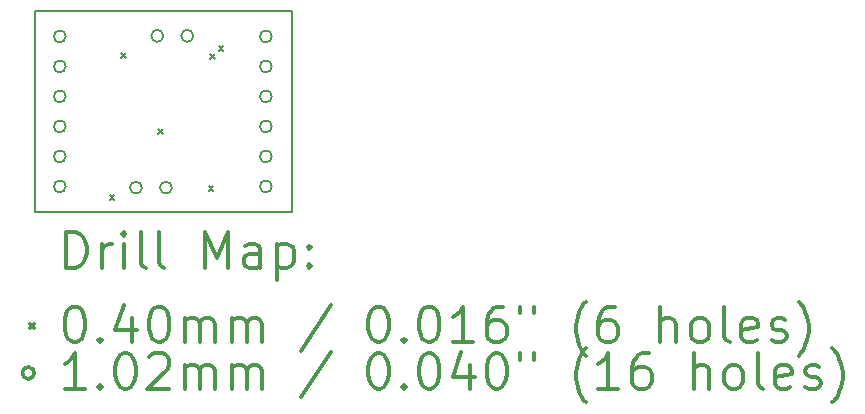
<source format=gbr>
%FSLAX45Y45*%
G04 Gerber Fmt 4.5, Leading zero omitted, Abs format (unit mm)*
G04 Created by KiCad (PCBNEW 4.0.4+e1-6308~48~ubuntu16.04.1-stable) date Thu Oct 27 02:24:35 2016*
%MOMM*%
%LPD*%
G01*
G04 APERTURE LIST*
%ADD10C,0.127000*%
%ADD11C,0.150000*%
%ADD12C,0.200000*%
%ADD13C,0.300000*%
G04 APERTURE END LIST*
D10*
D11*
X20900000Y-8675000D02*
X23075000Y-8675000D01*
X20900000Y-10375000D02*
X20900000Y-8675000D01*
X23075000Y-10375000D02*
X20900000Y-10375000D01*
X23075000Y-8675000D02*
X23075000Y-10375000D01*
D12*
X21529051Y-10234205D02*
X21569051Y-10274205D01*
X21569051Y-10234205D02*
X21529051Y-10274205D01*
X21626117Y-9030046D02*
X21666117Y-9070046D01*
X21666117Y-9030046D02*
X21626117Y-9070046D01*
X21940000Y-9675000D02*
X21980000Y-9715000D01*
X21980000Y-9675000D02*
X21940000Y-9715000D01*
X22367500Y-10155000D02*
X22407500Y-10195000D01*
X22407500Y-10155000D02*
X22367500Y-10195000D01*
X22383049Y-9037633D02*
X22423049Y-9077633D01*
X22423049Y-9037633D02*
X22383049Y-9077633D01*
X22451739Y-8972240D02*
X22491739Y-9012240D01*
X22491739Y-8972240D02*
X22451739Y-9012240D01*
X21158200Y-8890000D02*
G75*
G03X21158200Y-8890000I-50800J0D01*
G01*
X21158200Y-9144000D02*
G75*
G03X21158200Y-9144000I-50800J0D01*
G01*
X21158200Y-9398000D02*
G75*
G03X21158200Y-9398000I-50800J0D01*
G01*
X21158200Y-9652000D02*
G75*
G03X21158200Y-9652000I-50800J0D01*
G01*
X21158200Y-9906000D02*
G75*
G03X21158200Y-9906000I-50800J0D01*
G01*
X21158200Y-10160000D02*
G75*
G03X21158200Y-10160000I-50800J0D01*
G01*
X21803360Y-10170160D02*
G75*
G03X21803360Y-10170160I-50800J0D01*
G01*
X21983700Y-8884920D02*
G75*
G03X21983700Y-8884920I-50800J0D01*
G01*
X22057360Y-10170160D02*
G75*
G03X22057360Y-10170160I-50800J0D01*
G01*
X22237700Y-8884920D02*
G75*
G03X22237700Y-8884920I-50800J0D01*
G01*
X22903180Y-8890000D02*
G75*
G03X22903180Y-8890000I-50800J0D01*
G01*
X22903180Y-9144000D02*
G75*
G03X22903180Y-9144000I-50800J0D01*
G01*
X22903180Y-9398000D02*
G75*
G03X22903180Y-9398000I-50800J0D01*
G01*
X22903180Y-9652000D02*
G75*
G03X22903180Y-9652000I-50800J0D01*
G01*
X22903180Y-9906000D02*
G75*
G03X22903180Y-9906000I-50800J0D01*
G01*
X22903180Y-10160000D02*
G75*
G03X22903180Y-10160000I-50800J0D01*
G01*
D13*
X21163929Y-10848214D02*
X21163929Y-10548214D01*
X21235357Y-10548214D01*
X21278214Y-10562500D01*
X21306786Y-10591072D01*
X21321071Y-10619643D01*
X21335357Y-10676786D01*
X21335357Y-10719643D01*
X21321071Y-10776786D01*
X21306786Y-10805357D01*
X21278214Y-10833929D01*
X21235357Y-10848214D01*
X21163929Y-10848214D01*
X21463929Y-10848214D02*
X21463929Y-10648214D01*
X21463929Y-10705357D02*
X21478214Y-10676786D01*
X21492500Y-10662500D01*
X21521071Y-10648214D01*
X21549643Y-10648214D01*
X21649643Y-10848214D02*
X21649643Y-10648214D01*
X21649643Y-10548214D02*
X21635357Y-10562500D01*
X21649643Y-10576786D01*
X21663929Y-10562500D01*
X21649643Y-10548214D01*
X21649643Y-10576786D01*
X21835357Y-10848214D02*
X21806786Y-10833929D01*
X21792500Y-10805357D01*
X21792500Y-10548214D01*
X21992500Y-10848214D02*
X21963929Y-10833929D01*
X21949643Y-10805357D01*
X21949643Y-10548214D01*
X22335357Y-10848214D02*
X22335357Y-10548214D01*
X22435357Y-10762500D01*
X22535357Y-10548214D01*
X22535357Y-10848214D01*
X22806786Y-10848214D02*
X22806786Y-10691072D01*
X22792500Y-10662500D01*
X22763928Y-10648214D01*
X22706786Y-10648214D01*
X22678214Y-10662500D01*
X22806786Y-10833929D02*
X22778214Y-10848214D01*
X22706786Y-10848214D01*
X22678214Y-10833929D01*
X22663928Y-10805357D01*
X22663928Y-10776786D01*
X22678214Y-10748214D01*
X22706786Y-10733929D01*
X22778214Y-10733929D01*
X22806786Y-10719643D01*
X22949643Y-10648214D02*
X22949643Y-10948214D01*
X22949643Y-10662500D02*
X22978214Y-10648214D01*
X23035357Y-10648214D01*
X23063928Y-10662500D01*
X23078214Y-10676786D01*
X23092500Y-10705357D01*
X23092500Y-10791072D01*
X23078214Y-10819643D01*
X23063928Y-10833929D01*
X23035357Y-10848214D01*
X22978214Y-10848214D01*
X22949643Y-10833929D01*
X23221071Y-10819643D02*
X23235357Y-10833929D01*
X23221071Y-10848214D01*
X23206786Y-10833929D01*
X23221071Y-10819643D01*
X23221071Y-10848214D01*
X23221071Y-10662500D02*
X23235357Y-10676786D01*
X23221071Y-10691072D01*
X23206786Y-10676786D01*
X23221071Y-10662500D01*
X23221071Y-10691072D01*
X20852500Y-11322500D02*
X20892500Y-11362500D01*
X20892500Y-11322500D02*
X20852500Y-11362500D01*
X21221071Y-11178214D02*
X21249643Y-11178214D01*
X21278214Y-11192500D01*
X21292500Y-11206786D01*
X21306786Y-11235357D01*
X21321071Y-11292500D01*
X21321071Y-11363929D01*
X21306786Y-11421071D01*
X21292500Y-11449643D01*
X21278214Y-11463929D01*
X21249643Y-11478214D01*
X21221071Y-11478214D01*
X21192500Y-11463929D01*
X21178214Y-11449643D01*
X21163929Y-11421071D01*
X21149643Y-11363929D01*
X21149643Y-11292500D01*
X21163929Y-11235357D01*
X21178214Y-11206786D01*
X21192500Y-11192500D01*
X21221071Y-11178214D01*
X21449643Y-11449643D02*
X21463929Y-11463929D01*
X21449643Y-11478214D01*
X21435357Y-11463929D01*
X21449643Y-11449643D01*
X21449643Y-11478214D01*
X21721071Y-11278214D02*
X21721071Y-11478214D01*
X21649643Y-11163929D02*
X21578214Y-11378214D01*
X21763928Y-11378214D01*
X21935357Y-11178214D02*
X21963929Y-11178214D01*
X21992500Y-11192500D01*
X22006786Y-11206786D01*
X22021071Y-11235357D01*
X22035357Y-11292500D01*
X22035357Y-11363929D01*
X22021071Y-11421071D01*
X22006786Y-11449643D01*
X21992500Y-11463929D01*
X21963929Y-11478214D01*
X21935357Y-11478214D01*
X21906786Y-11463929D01*
X21892500Y-11449643D01*
X21878214Y-11421071D01*
X21863929Y-11363929D01*
X21863929Y-11292500D01*
X21878214Y-11235357D01*
X21892500Y-11206786D01*
X21906786Y-11192500D01*
X21935357Y-11178214D01*
X22163929Y-11478214D02*
X22163929Y-11278214D01*
X22163929Y-11306786D02*
X22178214Y-11292500D01*
X22206786Y-11278214D01*
X22249643Y-11278214D01*
X22278214Y-11292500D01*
X22292500Y-11321071D01*
X22292500Y-11478214D01*
X22292500Y-11321071D02*
X22306786Y-11292500D01*
X22335357Y-11278214D01*
X22378214Y-11278214D01*
X22406786Y-11292500D01*
X22421071Y-11321071D01*
X22421071Y-11478214D01*
X22563928Y-11478214D02*
X22563928Y-11278214D01*
X22563928Y-11306786D02*
X22578214Y-11292500D01*
X22606786Y-11278214D01*
X22649643Y-11278214D01*
X22678214Y-11292500D01*
X22692500Y-11321071D01*
X22692500Y-11478214D01*
X22692500Y-11321071D02*
X22706786Y-11292500D01*
X22735357Y-11278214D01*
X22778214Y-11278214D01*
X22806786Y-11292500D01*
X22821071Y-11321071D01*
X22821071Y-11478214D01*
X23406786Y-11163929D02*
X23149643Y-11549643D01*
X23792500Y-11178214D02*
X23821071Y-11178214D01*
X23849643Y-11192500D01*
X23863928Y-11206786D01*
X23878214Y-11235357D01*
X23892500Y-11292500D01*
X23892500Y-11363929D01*
X23878214Y-11421071D01*
X23863928Y-11449643D01*
X23849643Y-11463929D01*
X23821071Y-11478214D01*
X23792500Y-11478214D01*
X23763928Y-11463929D01*
X23749643Y-11449643D01*
X23735357Y-11421071D01*
X23721071Y-11363929D01*
X23721071Y-11292500D01*
X23735357Y-11235357D01*
X23749643Y-11206786D01*
X23763928Y-11192500D01*
X23792500Y-11178214D01*
X24021071Y-11449643D02*
X24035357Y-11463929D01*
X24021071Y-11478214D01*
X24006786Y-11463929D01*
X24021071Y-11449643D01*
X24021071Y-11478214D01*
X24221071Y-11178214D02*
X24249643Y-11178214D01*
X24278214Y-11192500D01*
X24292500Y-11206786D01*
X24306785Y-11235357D01*
X24321071Y-11292500D01*
X24321071Y-11363929D01*
X24306785Y-11421071D01*
X24292500Y-11449643D01*
X24278214Y-11463929D01*
X24249643Y-11478214D01*
X24221071Y-11478214D01*
X24192500Y-11463929D01*
X24178214Y-11449643D01*
X24163928Y-11421071D01*
X24149643Y-11363929D01*
X24149643Y-11292500D01*
X24163928Y-11235357D01*
X24178214Y-11206786D01*
X24192500Y-11192500D01*
X24221071Y-11178214D01*
X24606785Y-11478214D02*
X24435357Y-11478214D01*
X24521071Y-11478214D02*
X24521071Y-11178214D01*
X24492500Y-11221071D01*
X24463928Y-11249643D01*
X24435357Y-11263929D01*
X24863928Y-11178214D02*
X24806785Y-11178214D01*
X24778214Y-11192500D01*
X24763928Y-11206786D01*
X24735357Y-11249643D01*
X24721071Y-11306786D01*
X24721071Y-11421071D01*
X24735357Y-11449643D01*
X24749643Y-11463929D01*
X24778214Y-11478214D01*
X24835357Y-11478214D01*
X24863928Y-11463929D01*
X24878214Y-11449643D01*
X24892500Y-11421071D01*
X24892500Y-11349643D01*
X24878214Y-11321071D01*
X24863928Y-11306786D01*
X24835357Y-11292500D01*
X24778214Y-11292500D01*
X24749643Y-11306786D01*
X24735357Y-11321071D01*
X24721071Y-11349643D01*
X25006786Y-11178214D02*
X25006786Y-11235357D01*
X25121071Y-11178214D02*
X25121071Y-11235357D01*
X25563928Y-11592500D02*
X25549643Y-11578214D01*
X25521071Y-11535357D01*
X25506785Y-11506786D01*
X25492500Y-11463929D01*
X25478214Y-11392500D01*
X25478214Y-11335357D01*
X25492500Y-11263929D01*
X25506785Y-11221071D01*
X25521071Y-11192500D01*
X25549643Y-11149643D01*
X25563928Y-11135357D01*
X25806785Y-11178214D02*
X25749643Y-11178214D01*
X25721071Y-11192500D01*
X25706785Y-11206786D01*
X25678214Y-11249643D01*
X25663928Y-11306786D01*
X25663928Y-11421071D01*
X25678214Y-11449643D01*
X25692500Y-11463929D01*
X25721071Y-11478214D01*
X25778214Y-11478214D01*
X25806785Y-11463929D01*
X25821071Y-11449643D01*
X25835357Y-11421071D01*
X25835357Y-11349643D01*
X25821071Y-11321071D01*
X25806785Y-11306786D01*
X25778214Y-11292500D01*
X25721071Y-11292500D01*
X25692500Y-11306786D01*
X25678214Y-11321071D01*
X25663928Y-11349643D01*
X26192500Y-11478214D02*
X26192500Y-11178214D01*
X26321071Y-11478214D02*
X26321071Y-11321071D01*
X26306785Y-11292500D01*
X26278214Y-11278214D01*
X26235357Y-11278214D01*
X26206785Y-11292500D01*
X26192500Y-11306786D01*
X26506785Y-11478214D02*
X26478214Y-11463929D01*
X26463928Y-11449643D01*
X26449643Y-11421071D01*
X26449643Y-11335357D01*
X26463928Y-11306786D01*
X26478214Y-11292500D01*
X26506785Y-11278214D01*
X26549643Y-11278214D01*
X26578214Y-11292500D01*
X26592500Y-11306786D01*
X26606785Y-11335357D01*
X26606785Y-11421071D01*
X26592500Y-11449643D01*
X26578214Y-11463929D01*
X26549643Y-11478214D01*
X26506785Y-11478214D01*
X26778214Y-11478214D02*
X26749643Y-11463929D01*
X26735357Y-11435357D01*
X26735357Y-11178214D01*
X27006786Y-11463929D02*
X26978214Y-11478214D01*
X26921071Y-11478214D01*
X26892500Y-11463929D01*
X26878214Y-11435357D01*
X26878214Y-11321071D01*
X26892500Y-11292500D01*
X26921071Y-11278214D01*
X26978214Y-11278214D01*
X27006786Y-11292500D01*
X27021071Y-11321071D01*
X27021071Y-11349643D01*
X26878214Y-11378214D01*
X27135357Y-11463929D02*
X27163928Y-11478214D01*
X27221071Y-11478214D01*
X27249643Y-11463929D01*
X27263928Y-11435357D01*
X27263928Y-11421071D01*
X27249643Y-11392500D01*
X27221071Y-11378214D01*
X27178214Y-11378214D01*
X27149643Y-11363929D01*
X27135357Y-11335357D01*
X27135357Y-11321071D01*
X27149643Y-11292500D01*
X27178214Y-11278214D01*
X27221071Y-11278214D01*
X27249643Y-11292500D01*
X27363928Y-11592500D02*
X27378214Y-11578214D01*
X27406786Y-11535357D01*
X27421071Y-11506786D01*
X27435357Y-11463929D01*
X27449643Y-11392500D01*
X27449643Y-11335357D01*
X27435357Y-11263929D01*
X27421071Y-11221071D01*
X27406786Y-11192500D01*
X27378214Y-11149643D01*
X27363928Y-11135357D01*
X20892500Y-11738500D02*
G75*
G03X20892500Y-11738500I-50800J0D01*
G01*
X21321071Y-11874214D02*
X21149643Y-11874214D01*
X21235357Y-11874214D02*
X21235357Y-11574214D01*
X21206786Y-11617071D01*
X21178214Y-11645643D01*
X21149643Y-11659929D01*
X21449643Y-11845643D02*
X21463929Y-11859929D01*
X21449643Y-11874214D01*
X21435357Y-11859929D01*
X21449643Y-11845643D01*
X21449643Y-11874214D01*
X21649643Y-11574214D02*
X21678214Y-11574214D01*
X21706786Y-11588500D01*
X21721071Y-11602786D01*
X21735357Y-11631357D01*
X21749643Y-11688500D01*
X21749643Y-11759929D01*
X21735357Y-11817071D01*
X21721071Y-11845643D01*
X21706786Y-11859929D01*
X21678214Y-11874214D01*
X21649643Y-11874214D01*
X21621071Y-11859929D01*
X21606786Y-11845643D01*
X21592500Y-11817071D01*
X21578214Y-11759929D01*
X21578214Y-11688500D01*
X21592500Y-11631357D01*
X21606786Y-11602786D01*
X21621071Y-11588500D01*
X21649643Y-11574214D01*
X21863929Y-11602786D02*
X21878214Y-11588500D01*
X21906786Y-11574214D01*
X21978214Y-11574214D01*
X22006786Y-11588500D01*
X22021071Y-11602786D01*
X22035357Y-11631357D01*
X22035357Y-11659929D01*
X22021071Y-11702786D01*
X21849643Y-11874214D01*
X22035357Y-11874214D01*
X22163929Y-11874214D02*
X22163929Y-11674214D01*
X22163929Y-11702786D02*
X22178214Y-11688500D01*
X22206786Y-11674214D01*
X22249643Y-11674214D01*
X22278214Y-11688500D01*
X22292500Y-11717071D01*
X22292500Y-11874214D01*
X22292500Y-11717071D02*
X22306786Y-11688500D01*
X22335357Y-11674214D01*
X22378214Y-11674214D01*
X22406786Y-11688500D01*
X22421071Y-11717071D01*
X22421071Y-11874214D01*
X22563928Y-11874214D02*
X22563928Y-11674214D01*
X22563928Y-11702786D02*
X22578214Y-11688500D01*
X22606786Y-11674214D01*
X22649643Y-11674214D01*
X22678214Y-11688500D01*
X22692500Y-11717071D01*
X22692500Y-11874214D01*
X22692500Y-11717071D02*
X22706786Y-11688500D01*
X22735357Y-11674214D01*
X22778214Y-11674214D01*
X22806786Y-11688500D01*
X22821071Y-11717071D01*
X22821071Y-11874214D01*
X23406786Y-11559929D02*
X23149643Y-11945643D01*
X23792500Y-11574214D02*
X23821071Y-11574214D01*
X23849643Y-11588500D01*
X23863928Y-11602786D01*
X23878214Y-11631357D01*
X23892500Y-11688500D01*
X23892500Y-11759929D01*
X23878214Y-11817071D01*
X23863928Y-11845643D01*
X23849643Y-11859929D01*
X23821071Y-11874214D01*
X23792500Y-11874214D01*
X23763928Y-11859929D01*
X23749643Y-11845643D01*
X23735357Y-11817071D01*
X23721071Y-11759929D01*
X23721071Y-11688500D01*
X23735357Y-11631357D01*
X23749643Y-11602786D01*
X23763928Y-11588500D01*
X23792500Y-11574214D01*
X24021071Y-11845643D02*
X24035357Y-11859929D01*
X24021071Y-11874214D01*
X24006786Y-11859929D01*
X24021071Y-11845643D01*
X24021071Y-11874214D01*
X24221071Y-11574214D02*
X24249643Y-11574214D01*
X24278214Y-11588500D01*
X24292500Y-11602786D01*
X24306785Y-11631357D01*
X24321071Y-11688500D01*
X24321071Y-11759929D01*
X24306785Y-11817071D01*
X24292500Y-11845643D01*
X24278214Y-11859929D01*
X24249643Y-11874214D01*
X24221071Y-11874214D01*
X24192500Y-11859929D01*
X24178214Y-11845643D01*
X24163928Y-11817071D01*
X24149643Y-11759929D01*
X24149643Y-11688500D01*
X24163928Y-11631357D01*
X24178214Y-11602786D01*
X24192500Y-11588500D01*
X24221071Y-11574214D01*
X24578214Y-11674214D02*
X24578214Y-11874214D01*
X24506785Y-11559929D02*
X24435357Y-11774214D01*
X24621071Y-11774214D01*
X24792500Y-11574214D02*
X24821071Y-11574214D01*
X24849643Y-11588500D01*
X24863928Y-11602786D01*
X24878214Y-11631357D01*
X24892500Y-11688500D01*
X24892500Y-11759929D01*
X24878214Y-11817071D01*
X24863928Y-11845643D01*
X24849643Y-11859929D01*
X24821071Y-11874214D01*
X24792500Y-11874214D01*
X24763928Y-11859929D01*
X24749643Y-11845643D01*
X24735357Y-11817071D01*
X24721071Y-11759929D01*
X24721071Y-11688500D01*
X24735357Y-11631357D01*
X24749643Y-11602786D01*
X24763928Y-11588500D01*
X24792500Y-11574214D01*
X25006786Y-11574214D02*
X25006786Y-11631357D01*
X25121071Y-11574214D02*
X25121071Y-11631357D01*
X25563928Y-11988500D02*
X25549643Y-11974214D01*
X25521071Y-11931357D01*
X25506785Y-11902786D01*
X25492500Y-11859929D01*
X25478214Y-11788500D01*
X25478214Y-11731357D01*
X25492500Y-11659929D01*
X25506785Y-11617071D01*
X25521071Y-11588500D01*
X25549643Y-11545643D01*
X25563928Y-11531357D01*
X25835357Y-11874214D02*
X25663928Y-11874214D01*
X25749643Y-11874214D02*
X25749643Y-11574214D01*
X25721071Y-11617071D01*
X25692500Y-11645643D01*
X25663928Y-11659929D01*
X26092500Y-11574214D02*
X26035357Y-11574214D01*
X26006785Y-11588500D01*
X25992500Y-11602786D01*
X25963928Y-11645643D01*
X25949643Y-11702786D01*
X25949643Y-11817071D01*
X25963928Y-11845643D01*
X25978214Y-11859929D01*
X26006785Y-11874214D01*
X26063928Y-11874214D01*
X26092500Y-11859929D01*
X26106785Y-11845643D01*
X26121071Y-11817071D01*
X26121071Y-11745643D01*
X26106785Y-11717071D01*
X26092500Y-11702786D01*
X26063928Y-11688500D01*
X26006785Y-11688500D01*
X25978214Y-11702786D01*
X25963928Y-11717071D01*
X25949643Y-11745643D01*
X26478214Y-11874214D02*
X26478214Y-11574214D01*
X26606785Y-11874214D02*
X26606785Y-11717071D01*
X26592500Y-11688500D01*
X26563928Y-11674214D01*
X26521071Y-11674214D01*
X26492500Y-11688500D01*
X26478214Y-11702786D01*
X26792500Y-11874214D02*
X26763928Y-11859929D01*
X26749643Y-11845643D01*
X26735357Y-11817071D01*
X26735357Y-11731357D01*
X26749643Y-11702786D01*
X26763928Y-11688500D01*
X26792500Y-11674214D01*
X26835357Y-11674214D01*
X26863928Y-11688500D01*
X26878214Y-11702786D01*
X26892500Y-11731357D01*
X26892500Y-11817071D01*
X26878214Y-11845643D01*
X26863928Y-11859929D01*
X26835357Y-11874214D01*
X26792500Y-11874214D01*
X27063928Y-11874214D02*
X27035357Y-11859929D01*
X27021071Y-11831357D01*
X27021071Y-11574214D01*
X27292500Y-11859929D02*
X27263928Y-11874214D01*
X27206786Y-11874214D01*
X27178214Y-11859929D01*
X27163928Y-11831357D01*
X27163928Y-11717071D01*
X27178214Y-11688500D01*
X27206786Y-11674214D01*
X27263928Y-11674214D01*
X27292500Y-11688500D01*
X27306786Y-11717071D01*
X27306786Y-11745643D01*
X27163928Y-11774214D01*
X27421071Y-11859929D02*
X27449643Y-11874214D01*
X27506786Y-11874214D01*
X27535357Y-11859929D01*
X27549643Y-11831357D01*
X27549643Y-11817071D01*
X27535357Y-11788500D01*
X27506786Y-11774214D01*
X27463928Y-11774214D01*
X27435357Y-11759929D01*
X27421071Y-11731357D01*
X27421071Y-11717071D01*
X27435357Y-11688500D01*
X27463928Y-11674214D01*
X27506786Y-11674214D01*
X27535357Y-11688500D01*
X27649643Y-11988500D02*
X27663928Y-11974214D01*
X27692500Y-11931357D01*
X27706786Y-11902786D01*
X27721071Y-11859929D01*
X27735357Y-11788500D01*
X27735357Y-11731357D01*
X27721071Y-11659929D01*
X27706786Y-11617071D01*
X27692500Y-11588500D01*
X27663928Y-11545643D01*
X27649643Y-11531357D01*
M02*

</source>
